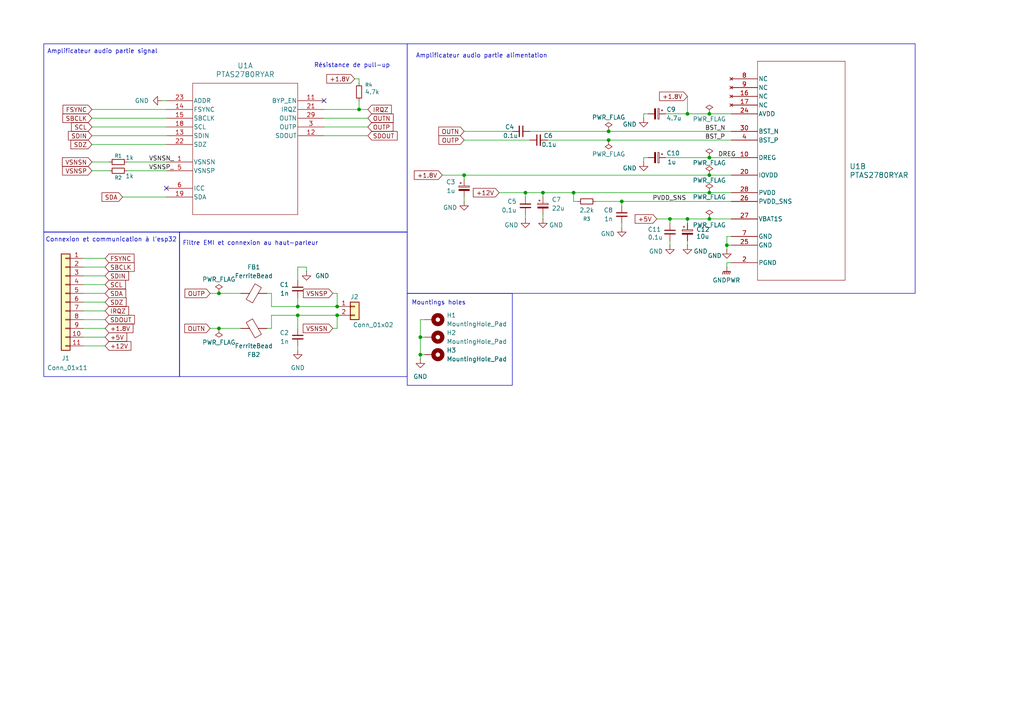
<source format=kicad_sch>
(kicad_sch (version 20250114) (generator "eeschema") (generator_version "9.0")
  (paper "A4")
  (title_block (title "Audio") (date "2025-12-14"))
  (lib_symbols
    (symbol "Connector_Generic:Conn_01x02" (pin_names (offset 1.016) (hide yes))
      (property "Reference" "J" (at 0 2.54 0))
      (property "Value" "Conn_01x02" (at 0 -5.08 0))
      (symbol "Conn_01x02_1_1"
        (rectangle (start -1.27 1.27) (end 1.27 -3.81) (stroke (width 0.254)) (fill (type background)))
        (rectangle (start -1.27 0.127) (end 0 -0.127) (stroke (width 0.1524)))
        (rectangle (start -1.27 -2.413) (end 0 -2.667) (stroke (width 0.1524)))
        (pin passive line (at -5.08 0 0) (length 3.81) (name "Pin_1") (number "1"))
        (pin passive line (at -5.08 -2.54 0) (length 3.81) (name "Pin_2") (number "2"))
      )
    )
    (symbol "Connector_Generic:Conn_01x11" (pin_names (offset 1.016) (hide yes))
      (property "Reference" "J" (at 0 15.24 0))
      (property "Value" "Conn_01x11" (at 0 -15.24 0))
      (symbol "Conn_01x11_1_1"
        (rectangle (start -1.27 13.97) (end 1.27 -13.97) (stroke (width 0.254)) (fill (type background)))
        (rectangle (start -1.27 12.827) (end 0 12.573) (stroke (width 0.1524)))
        (rectangle (start -1.27 10.287) (end 0 10.033) (stroke (width 0.1524)))
        (rectangle (start -1.27 7.747) (end 0 7.493) (stroke (width 0.1524)))
        (rectangle (start -1.27 5.207) (end 0 4.953) (stroke (width 0.1524)))
        (rectangle (start -1.27 2.667) (end 0 2.413) (stroke (width 0.1524)))
        (rectangle (start -1.27 0.127) (end 0 -0.127) (stroke (width 0.1524)))
        (rectangle (start -1.27 -2.413) (end 0 -2.667) (stroke (width 0.1524)))
        (rectangle (start -1.27 -4.953) (end 0 -5.207) (stroke (width 0.1524)))
        (rectangle (start -1.27 -7.493) (end 0 -7.747) (stroke (width 0.1524)))
        (rectangle (start -1.27 -10.033) (end 0 -10.287) (stroke (width 0.1524)))
        (rectangle (start -1.27 -12.573) (end 0 -12.827) (stroke (width 0.1524)))
        (pin passive line (at -5.08 12.7 0) (length 3.81) (name "Pin_1") (number "1"))
        (pin passive line (at -5.08 10.16 0) (length 3.81) (name "Pin_2") (number "2"))
        (pin passive line (at -5.08 7.62 0) (length 3.81) (name "Pin_3") (number "3"))
        (pin passive line (at -5.08 5.08 0) (length 3.81) (name "Pin_4") (number "4"))
        (pin passive line (at -5.08 2.54 0) (length 3.81) (name "Pin_5") (number "5"))
        (pin passive line (at -5.08 0 0) (length 3.81) (name "Pin_6") (number "6"))
        (pin passive line (at -5.08 -2.54 0) (length 3.81) (name "Pin_7") (number "7"))
        (pin passive line (at -5.08 -5.08 0) (length 3.81) (name "Pin_8") (number "8"))
        (pin passive line (at -5.08 -7.62 0) (length 3.81) (name "Pin_9") (number "9"))
        (pin passive line (at -5.08 -10.16 0) (length 3.81) (name "Pin_10") (number "10"))
        (pin passive line (at -5.08 -12.7 0) (length 3.81) (name "Pin_11") (number "11"))
      )
    )
    (symbol "Device:C_Polarized_Small" (pin_numbers (hide yes)) (pin_names (offset 0.254) (hide yes))
      (property "Reference" "C" (at 0.254 1.778 0))
      (property "Value" "C_Polarized_Small" (at 0.254 -2.032 0))
      (symbol "C_Polarized_Small_0_1"
        (rectangle (start -1.524 0.6858) (end 1.524 0.3048))
        (rectangle (start -1.524 -0.3048) (end 1.524 -0.6858) (fill (type outline)))
        (polyline (pts (xy -1.27 1.524) (xy -0.762 1.524)))
        (polyline (pts (xy -1.016 1.27) (xy -1.016 1.778)))
      )
      (symbol "C_Polarized_Small_1_1"
        (pin passive line (at 0 2.54 270) (length 1.8542) (name "~") (number "1"))
        (pin passive line (at 0 -2.54 90) (length 1.8542) (name "~") (number "2"))
      )
    )
    (symbol "Device:C_Small" (pin_numbers (hide yes)) (pin_names (offset 0.254) (hide yes))
      (property "Reference" "C" (at 0.254 1.778 0))
      (property "Value" "C_Small" (at 0.254 -2.032 0))
      (symbol "C_Small_0_1"
        (polyline (pts (xy -1.524 0.508) (xy 1.524 0.508)) (stroke (width 0.3048)))
        (polyline (pts (xy -1.524 -0.508) (xy 1.524 -0.508)) (stroke (width 0.3302)))
      )
      (symbol "C_Small_1_1"
        (pin passive line (at 0 2.54 270) (length 2.032) (name "~") (number "1"))
        (pin passive line (at 0 -2.54 90) (length 2.032) (name "~") (number "2"))
      )
    )
    (symbol "Device:FerriteBead" (pin_numbers (hide yes)) (pin_names (offset 0))
      (property "Reference" "FB" (at -3.81 0.635 90))
      (property "Value" "FerriteBead" (at 3.81 0 90))
      (symbol "FerriteBead_0_1"
        (polyline (pts (xy -2.7686 0.4064) (xy -1.7018 2.2606) (xy 2.7686 -0.3048) (xy 1.6764 -2.159) (xy -2.7686 0.4064)))
        (polyline (pts (xy 0 1.27) (xy 0 1.2954)))
        (polyline (pts (xy 0 -1.27) (xy 0 -1.2192)))
      )
      (symbol "FerriteBead_1_1"
        (pin passive line (at 0 3.81 270) (length 2.54) (name "~") (number "1"))
        (pin passive line (at 0 -3.81 90) (length 2.54) (name "~") (number "2"))
      )
    )
    (symbol "Device:R_Small" (pin_numbers (hide yes)) (pin_names (offset 0.254) (hide yes))
      (property "Reference" "R" (at 0 0 90))
      (property "Value" "R_Small" (at 1.778 0 90))
      (symbol "R_Small_0_1"
        (rectangle (start -0.762 1.778) (end 0.762 -1.778) (stroke (width 0.2032)))
      )
      (symbol "R_Small_1_1"
        (pin passive line (at 0 2.54 270) (length 0.762) (name "~") (number "1"))
        (pin passive line (at 0 -2.54 90) (length 0.762) (name "~") (number "2"))
      )
    )
    (symbol "Mechanical:MountingHole_Pad" (pin_numbers (hide yes)) (pin_names (offset 1.016) (hide yes)) (in_bom no)
      (property "Reference" "H" (at 0 6.35 0))
      (property "Value" "MountingHole_Pad" (at 0 4.445 0))
      (symbol "MountingHole_Pad_0_1"
        (circle (center 0 1.27) (radius 1.27) (stroke (width 1.27)))
      )
      (symbol "MountingHole_Pad_1_1"
        (pin input line (at 0 -2.54 90) (length 2.54) (name "1") (number "1"))
      )
    )
    (symbol "TAS2780:PTAS2780RYAR" (pin_names (offset 0.254))
      (property "Reference" "U" (at 22.86 10.16 0))
      (property "Value" "PTAS2780RYAR" (at 22.86 7.62 0))
      (symbol "PTAS2780RYAR_1_1"
        (polyline (pts (xy 7.62 5.08) (xy 7.62 -33.02)) (stroke (width 0.127)))
        (polyline (pts (xy 7.62 -33.02) (xy 38.1 -33.02)) (stroke (width 0.127)))
        (polyline (pts (xy 38.1 5.08) (xy 7.62 5.08)) (stroke (width 0.127)))
        (polyline (pts (xy 38.1 -33.02) (xy 38.1 5.08)) (stroke (width 0.127)))
        (pin input line (at 0 0 0) (length 7.62) (name "ADDR") (number "23"))
        (pin input line (at 0 -2.54 0) (length 7.62) (name "FSYNC") (number "14"))
        (pin input line (at 0 -5.08 0) (length 7.62) (name "SBCLK") (number "15"))
        (pin input line (at 0 -7.62 0) (length 7.62) (name "SCL") (number "18"))
        (pin input line (at 0 -10.16 0) (length 7.62) (name "SDIN") (number "13"))
        (pin input line (at 0 -12.7 0) (length 7.62) (name "SDZ") (number "22"))
        (pin input line (at 0 -17.78 0) (length 7.62) (name "VSNSN") (number "1"))
        (pin input line (at 0 -20.32 0) (length 7.62) (name "VSNSP") (number "5"))
        (pin unspecified line (at 0 -25.4 0) (length 7.62) (name "ICC") (number "6"))
        (pin bidirectional line (at 0 -27.94 0) (length 7.62) (name "SDA") (number "19"))
        (pin output line (at 45.72 0 180) (length 7.62) (name "BYP_EN") (number "11"))
        (pin output line (at 45.72 -2.54 180) (length 7.62) (name "IRQZ") (number "21"))
        (pin output line (at 45.72 -5.08 180) (length 7.62) (name "OUTN") (number "29"))
        (pin output line (at 45.72 -7.62 180) (length 7.62) (name "OUTP") (number "3"))
        (pin bidirectional line (at 45.72 -10.16 180) (length 7.62) (name "SDOUT") (number "12"))
      )
      (symbol "PTAS2780RYAR_2_1"
        (polyline (pts (xy 7.62 5.08) (xy 7.62 -58.42)) (stroke (width 0.127)))
        (polyline (pts (xy 7.62 -58.42) (xy 33.02 -58.42)) (stroke (width 0.127)))
        (polyline (pts (xy 33.02 5.08) (xy 7.62 5.08)) (stroke (width 0.127)))
        (polyline (pts (xy 33.02 -58.42) (xy 33.02 5.08)) (stroke (width 0.127)))
        (pin no_connect line (at 0 0 0) (length 7.62) (name "NC") (number "8"))
        (pin no_connect line (at 0 -2.54 0) (length 7.62) (name "NC") (number "9"))
        (pin no_connect line (at 0 -5.08 0) (length 7.62) (name "NC") (number "16"))
        (pin no_connect line (at 0 -7.62 0) (length 7.62) (name "NC") (number "17"))
        (pin power_in line (at 0 -10.16 0) (length 7.62) (name "AVDD") (number "24"))
        (pin power_in line (at 0 -15.24 0) (length 7.62) (name "BST_N") (number "30"))
        (pin power_in line (at 0 -17.78 0) (length 7.62) (name "BST_P") (number "4"))
        (pin power_in line (at 0 -22.86 0) (length 7.62) (name "DREG") (number "10"))
        (pin power_in line (at 0 -27.94 0) (length 7.62) (name "IOVDD") (number "20"))
        (pin power_in line (at 0 -33.02 0) (length 7.62) (name "PVDD") (number "28"))
        (pin input line (at 0 -35.56 0) (length 7.62) (name "PVDD_SNS") (number "26"))
        (pin power_in line (at 0 -40.64 0) (length 7.62) (name "VBAT1S") (number "27"))
        (pin power_out line (at 0 -45.72 0) (length 7.62) (name "GND") (number "7"))
        (pin power_out line (at 0 -48.26 0) (length 7.62) (name "GND") (number "25"))
        (pin power_out line (at 0 -53.34 0) (length 7.62) (name "PGND") (number "2"))
      )
    )
    (symbol "power:GND" (power) (pin_numbers (hide yes)) (pin_names (offset 0) (hide yes))
      (property "Value" "GND" (at 0 -3.81 0))
      (symbol "GND_0_1"
        (polyline (pts (xy 0 0) (xy 0 -1.27) (xy 1.27 -1.27) (xy 0 -2.54) (xy -1.27 -1.27) (xy 0 -1.27)))
      )
      (symbol "GND_1_1"
        (pin power_in line (at 0 0 270) (length 0) (name "~") (number "1"))
      )
    )
    (symbol "power:GNDPWR" (power) (pin_numbers (hide yes)) (pin_names (offset 0) (hide yes))
      (property "Value" "GNDPWR" (at 0 -3.302 0))
      (symbol "GNDPWR_0_1"
        (polyline (pts (xy -1.016 -1.27) (xy -1.27 -2.032) (xy -1.27 -2.032)) (stroke (width 0.2032)))
        (polyline (pts (xy -0.508 -1.27) (xy -0.762 -2.032) (xy -0.762 -2.032)) (stroke (width 0.2032)))
        (polyline (pts (xy 0 -1.27) (xy 0 0)))
        (polyline (pts (xy 0 -1.27) (xy -0.254 -2.032) (xy -0.254 -2.032)) (stroke (width 0.2032)))
        (polyline (pts (xy 0.508 -1.27) (xy 0.254 -2.032) (xy 0.254 -2.032)) (stroke (width 0.2032)))
        (polyline (pts (xy 1.016 -1.27) (xy -1.016 -1.27) (xy -1.016 -1.27)) (stroke (width 0.2032)))
        (polyline (pts (xy 1.016 -1.27) (xy 0.762 -2.032) (xy 0.762 -2.032) (xy 0.762 -2.032)) (stroke (width 0.2032)))
      )
      (symbol "GNDPWR_1_1"
        (pin power_in line (at 0 0 270) (length 0) (name "~") (number "1"))
      )
    )
    (symbol "power:PWR_FLAG" (power) (pin_numbers (hide yes)) (pin_names (offset 0) (hide yes))
      (property "Value" "PWR_FLAG" (at 0 3.81 0))
      (symbol "PWR_FLAG_0_0"
        (pin power_out line (at 0 0 90) (length 0) (name "~") (number "1"))
      )
      (symbol "PWR_FLAG_0_1"
        (polyline (pts (xy 0 0) (xy 0 1.27) (xy -1.016 1.905) (xy 0 2.54) (xy 1.016 1.905) (xy 0 1.27)))
      )
    )
  )
  (rectangle (start 12.7 12.7) (end 118.11 67.31))
  (rectangle (start 118.11 12.7) (end 265.43 85.09))
  (rectangle (start 118.11 85.09) (end 148.59 111.76))
  (rectangle (start 52.07 67.31) (end 118.11 109.22))
  (rectangle (start 12.7 67.31) (end 52.07 109.22))
  (text "Amplificateur audio partie alimentation" (at 139.7 16.256 0) (effects (font (size 1.27 1.27))))
  (text "Connexion et communication à l'esp32" (at 32.258 69.596 0) (effects (font (size 1.27 1.27))))
  (text "Résistance de pull-up" (at 102.108 19.05 0) (effects (font (size 1.27 1.27))))
  (text "Mountings holes" (at 127.254 87.884 0) (effects (font (size 1.27 1.27))))
  (text "Amplificateur audio partie signal" (at 29.718 14.986 0) (effects (font (size 1.27 1.27))))
  (text "Filtre EMI et connexion au haut-parleur" (at 72.644 70.612 0) (effects (font (size 1.27 1.27))))
  (junction (at 176.53 38.1))
  (junction (at 86.36 91.44))
  (junction (at 134.62 50.8))
  (junction (at 199.39 63.5))
  (junction (at 205.74 33.02))
  (junction (at 157.48 55.88))
  (junction (at 86.36 88.9))
  (junction (at 205.74 50.8))
  (junction (at 97.79 88.9))
  (junction (at 210.82 71.12))
  (junction (at 63.5 85.09))
  (junction (at 121.92 102.87))
  (junction (at 104.14 31.75))
  (junction (at 205.74 45.72))
  (junction (at 166.37 55.88))
  (junction (at 205.74 55.88))
  (junction (at 194.31 63.5))
  (junction (at 205.74 63.5))
  (junction (at 180.34 58.42))
  (junction (at 152.4 55.88))
  (junction (at 121.92 97.79))
  (junction (at 176.53 40.64))
  (junction (at 63.5 95.25))
  (junction (at 199.39 33.02))
  (junction (at 97.79 91.44))
  (no_connect (at 93.98 29.21))
  (no_connect (at 48.26 54.61))
  (wire (pts (xy 153.67 38.1) (xy 176.53 38.1)))
  (wire (pts (xy 134.62 50.8) (xy 128.27 50.8)))
  (wire (pts (xy 210.82 71.12) (xy 212.09 71.12)))
  (wire (pts (xy 86.36 100.33) (xy 86.36 101.6)))
  (wire (pts (xy 36.83 49.53) (xy 48.26 49.53)))
  (wire (pts (xy 63.5 85.09) (xy 69.85 85.09)))
  (wire (pts (xy 26.67 41.91) (xy 48.26 41.91)))
  (wire (pts (xy 121.92 102.87) (xy 121.92 104.14)))
  (wire (pts (xy 24.13 100.33) (xy 30.48 100.33)))
  (wire (pts (xy 186.69 34.29) (xy 186.69 33.02)))
  (wire (pts (xy 157.48 62.23) (xy 157.48 63.5)))
  (wire (pts (xy 144.78 55.88) (xy 152.4 55.88)))
  (wire (pts (xy 86.36 88.9) (xy 97.79 88.9)))
  (wire (pts (xy 78.74 91.44) (xy 78.74 95.25)))
  (wire (pts (xy 78.74 88.9) (xy 78.74 85.09)))
  (wire (pts (xy 121.92 97.79) (xy 121.92 102.87)))
  (wire (pts (xy 123.19 92.71) (xy 121.92 92.71)))
  (wire (pts (xy 26.67 36.83) (xy 48.26 36.83)))
  (wire (pts (xy 97.79 85.09) (xy 96.52 85.09)))
  (wire (pts (xy 134.62 57.15) (xy 134.62 58.42)))
  (wire (pts (xy 134.62 40.64) (xy 153.67 40.64)))
  (wire (pts (xy 104.14 29.21) (xy 104.14 31.75)))
  (wire (pts (xy 78.74 88.9) (xy 86.36 88.9)))
  (wire (pts (xy 199.39 27.94) (xy 199.39 33.02)))
  (wire (pts (xy 199.39 63.5) (xy 199.39 64.77)))
  (wire (pts (xy 78.74 91.44) (xy 86.36 91.44)))
  (wire (pts (xy 180.34 58.42) (xy 180.34 59.69)))
  (wire (pts (xy 186.69 45.72) (xy 187.96 45.72)))
  (wire (pts (xy 166.37 55.88) (xy 205.74 55.88)))
  (wire (pts (xy 24.13 80.01) (xy 30.48 80.01)))
  (wire (pts (xy 46.99 29.21) (xy 48.26 29.21)))
  (wire (pts (xy 205.74 50.8) (xy 212.09 50.8)))
  (wire (pts (xy 186.69 46.99) (xy 186.69 45.72)))
  (wire (pts (xy 205.74 63.5) (xy 212.09 63.5)))
  (wire (pts (xy 93.98 36.83) (xy 106.68 36.83)))
  (wire (pts (xy 96.52 95.25) (xy 97.79 95.25)))
  (wire (pts (xy 134.62 38.1) (xy 148.59 38.1)))
  (wire (pts (xy 121.92 92.71) (xy 121.92 97.79)))
  (wire (pts (xy 77.47 85.09) (xy 78.74 85.09)))
  (wire (pts (xy 104.14 31.75) (xy 106.68 31.75)))
  (wire (pts (xy 26.67 39.37) (xy 48.26 39.37)))
  (wire (pts (xy 93.98 34.29) (xy 106.68 34.29)))
  (wire (pts (xy 193.04 33.02) (xy 199.39 33.02)))
  (wire (pts (xy 193.04 45.72) (xy 205.74 45.72)))
  (wire (pts (xy 152.4 55.88) (xy 157.48 55.88)))
  (wire (pts (xy 158.75 40.64) (xy 176.53 40.64)))
  (wire (pts (xy 24.13 90.17) (xy 30.48 90.17)))
  (wire (pts (xy 180.34 58.42) (xy 212.09 58.42)))
  (wire (pts (xy 26.67 49.53) (xy 31.75 49.53)))
  (wire (pts (xy 190.5 63.5) (xy 194.31 63.5)))
  (wire (pts (xy 210.82 76.2) (xy 212.09 76.2)))
  (wire (pts (xy 199.39 69.85) (xy 199.39 71.12)))
  (wire (pts (xy 210.82 72.39) (xy 210.82 71.12)))
  (wire (pts (xy 152.4 57.15) (xy 152.4 55.88)))
  (wire (pts (xy 24.13 92.71) (xy 30.48 92.71)))
  (wire (pts (xy 199.39 33.02) (xy 205.74 33.02)))
  (wire (pts (xy 166.37 58.42) (xy 167.64 58.42)))
  (wire (pts (xy 166.37 55.88) (xy 166.37 58.42)))
  (wire (pts (xy 24.13 74.93) (xy 30.48 74.93)))
  (wire (pts (xy 152.4 62.23) (xy 152.4 63.5)))
  (wire (pts (xy 88.9 77.47) (xy 86.36 77.47)))
  (wire (pts (xy 194.31 64.77) (xy 194.31 63.5)))
  (wire (pts (xy 176.53 38.1) (xy 212.09 38.1)))
  (wire (pts (xy 123.19 102.87) (xy 121.92 102.87)))
  (wire (pts (xy 210.82 68.58) (xy 210.82 71.12)))
  (wire (pts (xy 26.67 46.99) (xy 31.75 46.99)))
  (wire (pts (xy 60.96 85.09) (xy 63.5 85.09)))
  (wire (pts (xy 24.13 77.47) (xy 30.48 77.47)))
  (wire (pts (xy 93.98 39.37) (xy 106.68 39.37)))
  (wire (pts (xy 210.82 77.47) (xy 210.82 76.2)))
  (wire (pts (xy 36.83 46.99) (xy 48.26 46.99)))
  (wire (pts (xy 24.13 85.09) (xy 30.48 85.09)))
  (wire (pts (xy 86.36 91.44) (xy 97.79 91.44)))
  (wire (pts (xy 123.19 97.79) (xy 121.92 97.79)))
  (wire (pts (xy 180.34 64.77) (xy 180.34 66.04)))
  (wire (pts (xy 212.09 55.88) (xy 205.74 55.88)))
  (wire (pts (xy 176.53 40.64) (xy 212.09 40.64)))
  (wire (pts (xy 194.31 69.85) (xy 194.31 71.12)))
  (wire (pts (xy 97.79 85.09) (xy 97.79 88.9)))
  (wire (pts (xy 102.87 22.86) (xy 104.14 22.86)))
  (wire (pts (xy 134.62 50.8) (xy 205.74 50.8)))
  (wire (pts (xy 157.48 55.88) (xy 166.37 55.88)))
  (wire (pts (xy 63.5 95.25) (xy 69.85 95.25)))
  (wire (pts (xy 26.67 34.29) (xy 48.26 34.29)))
  (wire (pts (xy 86.36 95.25) (xy 86.36 91.44)))
  (wire (pts (xy 194.31 63.5) (xy 199.39 63.5)))
  (wire (pts (xy 24.13 87.63) (xy 30.48 87.63)))
  (wire (pts (xy 24.13 82.55) (xy 30.48 82.55)))
  (wire (pts (xy 134.62 50.8) (xy 134.62 52.07)))
  (wire (pts (xy 205.74 45.72) (xy 212.09 45.72)))
  (wire (pts (xy 86.36 86.36) (xy 86.36 88.9)))
  (wire (pts (xy 93.98 31.75) (xy 104.14 31.75)))
  (wire (pts (xy 97.79 95.25) (xy 97.79 91.44)))
  (wire (pts (xy 35.56 57.15) (xy 48.26 57.15)))
  (wire (pts (xy 212.09 68.58) (xy 210.82 68.58)))
  (wire (pts (xy 26.67 31.75) (xy 48.26 31.75)))
  (wire (pts (xy 186.69 33.02) (xy 187.96 33.02)))
  (wire (pts (xy 86.36 77.47) (xy 86.36 81.28)))
  (wire (pts (xy 24.13 97.79) (xy 30.48 97.79)))
  (wire (pts (xy 88.9 78.74) (xy 88.9 77.47)))
  (wire (pts (xy 172.72 58.42) (xy 180.34 58.42)))
  (wire (pts (xy 157.48 57.15) (xy 157.48 55.88)))
  (wire (pts (xy 24.13 95.25) (xy 30.48 95.25)))
  (wire (pts (xy 199.39 63.5) (xy 205.74 63.5)))
  (wire (pts (xy 205.74 33.02) (xy 212.09 33.02)))
  (wire (pts (xy 60.96 95.25) (xy 63.5 95.25)))
  (wire (pts (xy 104.14 22.86) (xy 104.14 24.13)))
  (wire (pts (xy 77.47 95.25) (xy 78.74 95.25)))
  (label "VSNSP_" (at 43.18 49.53 0))
  (label "BST_N" (at 204.47 38.1 0))
  (label "BST_P" (at 204.47 40.64 0))
  (label "PVDD_SNS" (at 189.23 58.42 0))
  (label "DREG" (at 208.28 45.72 0))
  (label "VSNSN_" (at 43.18 46.99 0))
  (global_label "OUTN" (shape input) (at 134.62 38.1 180) (property "Intersheetrefs" "${INTERSHEET_REFS}" (effects (hide yes))))
  (global_label "OUTP" (shape input) (at 134.62 40.64 180) (property "Intersheetrefs" "${INTERSHEET_REFS}" (effects (hide yes))))
  (global_label "SDZ" (shape input) (at 26.67 41.91 180) (property "Intersheetrefs" "${INTERSHEET_REFS}" (effects (hide yes))))
  (global_label "+1.8V" (shape input) (at 199.39 27.94 180) (property "Intersheetrefs" "${INTERSHEET_REFS}" (effects (hide yes))))
  (global_label "OUTP" (shape input) (at 106.68 36.83 0) (property "Intersheetrefs" "${INTERSHEET_REFS}" (effects (hide yes))))
  (global_label "SDA" (shape input) (at 35.56 57.15 180) (property "Intersheetrefs" "${INTERSHEET_REFS}" (effects (hide yes))))
  (global_label "+1.8V" (shape input) (at 102.87 22.86 180) (property "Intersheetrefs" "${INTERSHEET_REFS}" (effects (hide yes))))
  (global_label "SDOUT" (shape input) (at 30.48 92.71 0) (property "Intersheetrefs" "${INTERSHEET_REFS}" (effects (hide yes))))
  (global_label "OUTP" (shape input) (at 60.96 85.09 180) (property "Intersheetrefs" "${INTERSHEET_REFS}" (effects (hide yes))))
  (global_label "IRQZ" (shape input) (at 30.48 90.17 0) (property "Intersheetrefs" "${INTERSHEET_REFS}" (effects (hide yes))))
  (global_label "VSNSP" (shape input) (at 96.52 85.09 180) (property "Intersheetrefs" "${INTERSHEET_REFS}" (effects (hide yes))))
  (global_label "IRQZ" (shape input) (at 106.68 31.75 0) (property "Intersheetrefs" "${INTERSHEET_REFS}" (effects (hide yes))))
  (global_label "FSYNC" (shape input) (at 30.48 74.93 0) (property "Intersheetrefs" "${INTERSHEET_REFS}" (effects (hide yes))))
  (global_label "+1.8V" (shape input) (at 30.48 95.25 0) (property "Intersheetrefs" "${INTERSHEET_REFS}" (effects (hide yes))))
  (global_label "+1.8V" (shape input) (at 128.27 50.8 180) (property "Intersheetrefs" "${INTERSHEET_REFS}" (effects (hide yes))))
  (global_label "FSYNC" (shape input) (at 26.67 31.75 180) (property "Intersheetrefs" "${INTERSHEET_REFS}" (effects (hide yes))))
  (global_label "SBCLK" (shape input) (at 30.48 77.47 0) (property "Intersheetrefs" "${INTERSHEET_REFS}" (effects (hide yes))))
  (global_label "OUTN" (shape input) (at 60.96 95.25 180) (property "Intersheetrefs" "${INTERSHEET_REFS}" (effects (hide yes))))
  (global_label "SDZ" (shape input) (at 30.48 87.63 0) (property "Intersheetrefs" "${INTERSHEET_REFS}" (effects (hide yes))))
  (global_label "SDOUT" (shape input) (at 106.68 39.37 0) (property "Intersheetrefs" "${INTERSHEET_REFS}" (effects (hide yes))))
  (global_label "+12V" (shape input) (at 30.48 100.33 0) (property "Intersheetrefs" "${INTERSHEET_REFS}" (effects (hide yes))))
  (global_label "SDIN" (shape input) (at 30.48 80.01 0) (property "Intersheetrefs" "${INTERSHEET_REFS}" (effects (hide yes))))
  (global_label "+12V" (shape input) (at 144.78 55.88 180) (property "Intersheetrefs" "${INTERSHEET_REFS}" (effects (hide yes))))
  (global_label "SDIN" (shape input) (at 26.67 39.37 180) (property "Intersheetrefs" "${INTERSHEET_REFS}" (effects (hide yes))))
  (global_label "OUTN" (shape input) (at 106.68 34.29 0) (property "Intersheetrefs" "${INTERSHEET_REFS}" (effects (hide yes))))
  (global_label "SBCLK" (shape input) (at 26.67 34.29 180) (property "Intersheetrefs" "${INTERSHEET_REFS}" (effects (hide yes))))
  (global_label "+5V" (shape input) (at 30.48 97.79 0) (property "Intersheetrefs" "${INTERSHEET_REFS}" (effects (hide yes))))
  (global_label "VSNSN" (shape input) (at 26.67 46.99 180) (property "Intersheetrefs" "${INTERSHEET_REFS}" (effects (hide yes))))
  (global_label "VSNSN" (shape input) (at 96.52 95.25 180) (property "Intersheetrefs" "${INTERSHEET_REFS}" (effects (hide yes))))
  (global_label "SCL" (shape input) (at 26.67 36.83 180) (property "Intersheetrefs" "${INTERSHEET_REFS}" (effects (hide yes))))
  (global_label "+5V" (shape input) (at 190.5 63.5 180) (property "Intersheetrefs" "${INTERSHEET_REFS}" (effects (hide yes))))
  (global_label "SDA" (shape input) (at 30.48 85.09 0) (property "Intersheetrefs" "${INTERSHEET_REFS}" (effects (hide yes))))
  (global_label "SCL" (shape input) (at 30.48 82.55 0) (property "Intersheetrefs" "${INTERSHEET_REFS}" (effects (hide yes))))
  (global_label "VSNSP" (shape input) (at 26.67 49.53 180) (property "Intersheetrefs" "${INTERSHEET_REFS}" (effects (hide yes))))
  (symbol (lib_id "power:PWR_FLAG") (at 63.5 85.09 0) (unit 1)
    (property "Reference" "#FLG08" (effects (hide yes)))
    (property "Value" "PWR_FLAG" (at 63.5 81.026 0))
    (property "Description" "Special symbol for telling ERC where power comes from" (effects (hide yes)))
  )
  (symbol (lib_id "power:PWR_FLAG") (at 205.74 45.72 0) (unit 1)
    (property "Reference" "#FLG04" (effects (hide yes)))
    (property "Value" "PWR_FLAG" (at 205.74 47.244 0))
    (property "Description" "Special symbol for telling ERC where power comes from" (effects (hide yes)))
  )
  (symbol (lib_id "power:GND") (at 194.31 71.12 0) (unit 1)
    (property "Reference" "#PWR010" (effects (hide yes)))
    (property "Value" "GND" (at 190.246 72.898 0))
    (property "Description" "Power symbol creates a global label with name \"GND\" , ground" (effects (hide yes)))
  )
  (symbol (lib_id "power:PWR_FLAG") (at 205.74 50.8 0) (unit 1)
    (property "Reference" "#FLG05" (effects (hide yes)))
    (property "Value" "PWR_FLAG" (at 205.74 52.324 0))
    (property "Description" "Special symbol for telling ERC where power comes from" (effects (hide yes)))
  )
  (symbol (lib_id "Device:C_Polarized_Small") (at 190.5 45.72 270) (unit 1)
    (property "Reference" "C10" (at 193.294 44.45 90) (effects (justify left)))
    (property "Value" "1u" (at 193.548 46.99 90) (effects (justify left)))
    (property "Footprint" "Capacitor_SMD:C_0603_1608Metric_Pad1.08x0.95mm_HandSolder" (effects (hide yes)))
    (property "Description" "Polarized capacitor, small symbol" (effects (hide yes)))
  )
  (symbol (lib_id "Device:FerriteBead") (at 73.66 95.25 90) (mirror x) (unit 1)
    (property "Reference" "FB2" (at 73.6092 102.87 90))
    (property "Value" "FerriteBead" (at 73.6092 100.33 90))
    (property "Footprint" "Capacitor_SMD:C_0805_2012Metric_Pad1.18x1.45mm_HandSolder" (effects (hide yes)))
    (property "Description" "Ferrite bead" (effects (hide yes)))
  )
  (symbol (lib_id "Device:R_Small") (at 104.14 26.67 0) (unit 1)
    (property "Reference" "R4" (at 106.934 24.638 0) (effects (font (size 1.016 1.016))))
    (property "Value" "4.7k" (at 107.95 26.67 0))
    (property "Footprint" "Resistor_SMD:R_0603_1608Metric_Pad0.98x0.95mm_HandSolder" (effects (hide yes)))
    (property "Description" "Resistor, small symbol" (effects (hide yes)))
  )
  (symbol (lib_id "power:PWR_FLAG") (at 205.74 63.5 0) (unit 1)
    (property "Reference" "#FLG07" (effects (hide yes)))
    (property "Value" "PWR_FLAG" (at 205.74 65.278 0))
    (property "Description" "Special symbol for telling ERC where power comes from" (effects (hide yes)))
  )
  (symbol (lib_id "Connector_Generic:Conn_01x02") (at 102.87 88.9 0) (unit 1)
    (property "Reference" "J2" (at 101.6 86.106 0) (effects (justify left)))
    (property "Value" "Conn_01x02" (at 102.362 94.234 0) (effects (justify left)))
    (property "Footprint" "Connector_PinHeader_2.00mm:PinHeader_1x02_P2.00mm_Vertical" (effects (hide yes)))
    (property "Description" "Generic connector, single row, 01x02, script generated (kicad-library-utils/schlib/autogen/connector/)" (effects (hide yes)))
  )
  (symbol (lib_id "Connector_Generic:Conn_01x11") (at 19.05 87.63 0) (mirror y) (unit 1)
    (property "Reference" "J1" (at 19.05 103.886 0))
    (property "Value" "Conn_01x11" (at 19.558 106.68 0))
    (property "Footprint" "Connector_PinHeader_2.00mm:PinHeader_1x11_P2.00mm_Vertical" (effects (hide yes)))
    (property "Description" "Generic connector, single row, 01x11, script generated (kicad-library-utils/schlib/autogen/connector/)" (effects (hide yes)))
  )
  (symbol (lib_id "TAS2780:PTAS2780RYAR") (at 212.09 22.86 0) (unit 2)
    (property "Reference" "U1" (at 246.38 48.2599 0) (effects (font (size 1.524 1.524)) (justify left)))
    (property "Value" "PTAS2780RYAR" (at 246.38 50.7999 0) (effects (font (size 1.524 1.524)) (justify left)))
    (property "Footprint" "TAS2780:VQFN-HR_RYA_TEX" (effects (hide yes)))
    (property "Datasheet" "https://www.ti.com/lit/gpn/tas2780" (effects (hide yes)))
  )
  (symbol (lib_id "power:GND") (at 134.62 58.42 0) (unit 1)
    (property "Reference" "#PWR04" (effects (hide yes)))
    (property "Value" "GND" (at 130.556 60.198 0))
    (property "Description" "Power symbol creates a global label with name \"GND\" , ground" (effects (hide yes)))
  )
  (symbol (lib_id "power:PWR_FLAG") (at 176.53 38.1 0) (unit 1)
    (property "Reference" "#FLG01" (effects (hide yes)))
    (property "Value" "PWR_FLAG" (at 176.53 34.036 0))
    (property "Description" "Special symbol for telling ERC where power comes from" (effects (hide yes)))
  )
  (symbol (lib_id "Device:C_Polarized_Small") (at 190.5 33.02 270) (unit 1)
    (property "Reference" "C9" (at 193.294 31.75 90) (effects (justify left)))
    (property "Value" "4.7u" (at 193.294 34.29 90) (effects (justify left)))
    (property "Footprint" "Capacitor_SMD:C_0603_1608Metric_Pad1.08x0.95mm_HandSolder" (effects (hide yes)))
    (property "Description" "Polarized capacitor, small symbol" (effects (hide yes)))
  )
  (symbol (lib_id "Device:C_Small") (at 194.31 67.31 0) (unit 1)
    (property "Reference" "C11" (at 191.77 66.548 0) (effects (justify right)))
    (property "Value" "0.1u" (at 192.278 68.834 0) (effects (justify right)))
    (property "Footprint" "Capacitor_SMD:C_0603_1608Metric_Pad1.08x0.95mm_HandSolder" (effects (hide yes)))
    (property "Description" "Unpolarized capacitor, small symbol" (effects (hide yes)))
  )
  (symbol (lib_id "Mechanical:MountingHole_Pad") (at 125.73 97.79 270) (unit 1) (in_bom no)
    (property "Reference" "H2" (at 129.54 96.5199 90) (effects (justify left)))
    (property "Value" "MountingHole_Pad" (at 129.54 99.0599 90) (effects (justify left)))
    (property "Footprint" "MountingHole:MountingHole_2.2mm_M2_DIN965_Pad" (effects (hide yes)))
    (property "Description" "Mounting Hole with connection" (effects (hide yes)))
  )
  (symbol (lib_id "power:GND") (at 180.34 66.04 0) (unit 1)
    (property "Reference" "#PWR07" (effects (hide yes)))
    (property "Value" "GND" (at 176.276 67.818 0))
    (property "Description" "Power symbol creates a global label with name \"GND\" , ground" (effects (hide yes)))
  )
  (symbol (lib_id "Device:C_Polarized_Small") (at 157.48 59.69 0) (unit 1)
    (property "Reference" "C7" (at 160.02 57.8738 0) (effects (justify left)))
    (property "Value" "22u" (at 160.02 60.4138 0) (effects (justify left)))
    (property "Footprint" "Capacitor_SMD:C_1210_3225Metric_Pad1.33x2.70mm_HandSolder" (effects (hide yes)))
    (property "Description" "Polarized capacitor, small symbol" (effects (hide yes)))
  )
  (symbol (lib_id "Device:C_Small") (at 152.4 59.69 0) (unit 1)
    (property "Reference" "C5" (at 149.86 58.4262 0) (effects (justify right)))
    (property "Value" "0.1u" (at 149.86 60.9662 0) (effects (justify right)))
    (property "Footprint" "Capacitor_SMD:C_0805_2012Metric_Pad1.18x1.45mm_HandSolder" (effects (hide yes)))
    (property "Description" "Unpolarized capacitor, small symbol" (effects (hide yes)))
  )
  (symbol (lib_id "power:GND") (at 186.69 46.99 0) (unit 1)
    (property "Reference" "#PWR09" (effects (hide yes)))
    (property "Value" "GND" (at 182.626 48.768 0))
    (property "Description" "Power symbol creates a global label with name \"GND\" , ground" (effects (hide yes)))
  )
  (symbol (lib_id "Mechanical:MountingHole_Pad") (at 125.73 102.87 270) (unit 1) (in_bom no)
    (property "Reference" "H3" (at 129.54 101.5999 90) (effects (justify left)))
    (property "Value" "MountingHole_Pad" (at 129.54 104.1399 90) (effects (justify left)))
    (property "Footprint" "MountingHole:MountingHole_2.2mm_M2_DIN965_Pad" (effects (hide yes)))
    (property "Description" "Mounting Hole with connection" (effects (hide yes)))
  )
  (symbol (lib_id "Device:C_Small") (at 180.34 62.23 0) (mirror y) (unit 1)
    (property "Reference" "C8" (at 177.8 60.9662 0) (effects (justify left)))
    (property "Value" "1n" (at 177.8 63.5062 0) (effects (justify left)))
    (property "Footprint" "Capacitor_SMD:C_0603_1608Metric_Pad1.08x0.95mm_HandSolder" (effects (hide yes)))
    (property "Description" "Unpolarized capacitor, small symbol" (effects (hide yes)))
  )
  (symbol (lib_id "power:GND") (at 199.39 71.12 0) (unit 1)
    (property "Reference" "#PWR011" (effects (hide yes)))
    (property "Value" "GND" (at 203.2 72.898 0))
    (property "Description" "Power symbol creates a global label with name \"GND\" , ground" (effects (hide yes)))
  )
  (symbol (lib_id "TAS2780:PTAS2780RYAR") (at 48.26 29.21 0) (unit 1)
    (property "Reference" "U1" (at 71.12 19.05 0) (effects (font (size 1.524 1.524))))
    (property "Value" "PTAS2780RYAR" (at 71.12 21.59 0) (effects (font (size 1.524 1.524))))
    (property "Footprint" "TAS2780:VQFN-HR_RYA_TEX" (effects (hide yes)))
    (property "Datasheet" "https://www.ti.com/lit/gpn/tas2780" (effects (hide yes)))
  )
  (symbol (lib_id "Device:R_Small") (at 34.29 49.53 90) (mirror x) (unit 1)
    (property "Reference" "R2" (at 34.29 51.562 90) (effects (font (size 1.016 1.016))))
    (property "Value" "1k" (at 37.592 51.054 90))
    (property "Footprint" "Resistor_SMD:R_0603_1608Metric_Pad0.98x0.95mm_HandSolder" (effects (hide yes)))
    (property "Description" "Resistor, small symbol" (effects (hide yes)))
  )
  (symbol (lib_id "Device:FerriteBead") (at 73.66 85.09 90) (unit 1)
    (property "Reference" "FB1" (at 73.6092 77.47 90))
    (property "Value" "FerriteBead" (at 73.6092 80.01 90))
    (property "Footprint" "Capacitor_SMD:C_0805_2012Metric_Pad1.18x1.45mm_HandSolder" (effects (hide yes)))
    (property "Description" "Ferrite bead" (effects (hide yes)))
  )
  (symbol (lib_id "power:GND") (at 210.82 72.39 0) (unit 1)
    (property "Reference" "#PWR012" (effects (hide yes)))
    (property "Value" "GND" (at 205.232 74.168 0) (effects (justify left)))
    (property "Description" "Power symbol creates a global label with name \"GND\" , ground" (effects (hide yes)))
  )
  (symbol (lib_id "Device:C_Small") (at 86.36 97.79 0) (unit 1)
    (property "Reference" "C2" (at 83.82 96.5262 0) (effects (justify right)))
    (property "Value" "1n" (at 83.82 99.0662 0) (effects (justify right)))
    (property "Footprint" "Capacitor_SMD:C_0603_1608Metric_Pad1.08x0.95mm_HandSolder" (effects (hide yes)))
    (property "Description" "Unpolarized capacitor, small symbol" (effects (hide yes)))
  )
  (symbol (lib_id "power:GND") (at 88.9 78.74 0) (unit 1)
    (property "Reference" "#PWR03" (effects (hide yes)))
    (property "Value" "GND" (at 91.44 80.0099 0) (effects (justify left)))
    (property "Description" "Power symbol creates a global label with name \"GND\" , ground" (effects (hide yes)))
  )
  (symbol (lib_id "power:GND") (at 86.36 101.6 0) (unit 1)
    (property "Reference" "#PWR02" (effects (hide yes)))
    (property "Value" "GND" (at 86.36 106.68 0))
    (property "Description" "Power symbol creates a global label with name \"GND\" , ground" (effects (hide yes)))
  )
  (symbol (lib_id "Mechanical:MountingHole_Pad") (at 125.73 92.71 270) (unit 1) (in_bom no)
    (property "Reference" "H1" (at 129.54 91.4399 90) (effects (justify left)))
    (property "Value" "MountingHole_Pad" (at 129.54 93.9799 90) (effects (justify left)))
    (property "Footprint" "MountingHole:MountingHole_2.2mm_M2_DIN965_Pad" (effects (hide yes)))
    (property "Description" "Mounting Hole with connection" (effects (hide yes)))
  )
  (symbol (lib_id "power:GND") (at 157.48 63.5 0) (unit 1)
    (property "Reference" "#PWR06" (effects (hide yes)))
    (property "Value" "GND" (at 161.29 65.278 0))
    (property "Description" "Power symbol creates a global label with name \"GND\" , ground" (effects (hide yes)))
  )
  (symbol (lib_id "power:GNDPWR") (at 210.82 77.47 0) (unit 1)
    (property "Reference" "#PWR013" (effects (hide yes)))
    (property "Value" "GNDPWR" (at 210.693 81.28 0))
    (property "Description" "Power symbol creates a global label with name \"GNDPWR\" , global ground" (effects (hide yes)))
  )
  (symbol (lib_id "Device:C_Polarized_Small") (at 134.62 54.61 0) (unit 1)
    (property "Reference" "C3" (at 132.08 52.7938 0) (effects (justify right)))
    (property "Value" "1u" (at 132.08 55.3338 0) (effects (justify right)))
    (property "Footprint" "Capacitor_SMD:C_0603_1608Metric_Pad1.08x0.95mm_HandSolder" (effects (hide yes)))
    (property "Description" "Polarized capacitor, small symbol" (effects (hide yes)))
  )
  (symbol (lib_id "Device:C_Polarized_Small") (at 199.39 67.31 0) (unit 1)
    (property "Reference" "C12" (at 201.93 66.548 0) (effects (justify left)))
    (property "Value" "10u" (at 201.93 68.58 0) (effects (justify left)))
    (property "Footprint" "Capacitor_SMD:C_0805_2012Metric_Pad1.18x1.45mm_HandSolder" (effects (hide yes)))
    (property "Description" "Polarized capacitor, small symbol" (effects (hide yes)))
  )
  (symbol (lib_id "power:GND") (at 46.99 29.21 270) (unit 1)
    (property "Reference" "#PWR01" (effects (hide yes)))
    (property "Value" "GND" (at 43.18 29.2099 90) (effects (justify right)))
    (property "Description" "Power symbol creates a global label with name \"GND\" , ground" (effects (hide yes)))
  )
  (symbol (lib_id "Device:R_Small") (at 34.29 46.99 90) (unit 1)
    (property "Reference" "R1" (at 34.29 45.212 90) (effects (font (size 1.016 1.016))))
    (property "Value" "1k" (at 37.592 45.72 90))
    (property "Footprint" "Resistor_SMD:R_0603_1608Metric_Pad0.98x0.95mm_HandSolder" (effects (hide yes)))
    (property "Description" "Resistor, small symbol" (effects (hide yes)))
  )
  (symbol (lib_id "power:PWR_FLAG") (at 63.5 95.25 180) (unit 1)
    (property "Reference" "#FLG09" (effects (hide yes)))
    (property "Value" "PWR_FLAG" (at 63.5 99.314 0))
    (property "Description" "Special symbol for telling ERC where power comes from" (effects (hide yes)))
  )
  (symbol (lib_id "power:PWR_FLAG") (at 205.74 33.02 0) (unit 1)
    (property "Reference" "#FLG03" (effects (hide yes)))
    (property "Value" "PWR_FLAG" (at 205.74 34.544 0))
    (property "Description" "Special symbol for telling ERC where power comes from" (effects (hide yes)))
  )
  (symbol (lib_id "power:GND") (at 186.69 34.29 0) (unit 1)
    (property "Reference" "#PWR08" (effects (hide yes)))
    (property "Value" "GND" (at 182.626 36.068 0))
    (property "Description" "Power symbol creates a global label with name \"GND\" , ground" (effects (hide yes)))
  )
  (symbol (lib_id "power:PWR_FLAG") (at 176.53 40.64 180) (unit 1)
    (property "Reference" "#FLG02" (effects (hide yes)))
    (property "Value" "PWR_FLAG" (at 176.53 44.704 0))
    (property "Description" "Special symbol for telling ERC where power comes from" (effects (hide yes)))
  )
  (symbol (lib_id "Device:R_Small") (at 170.18 58.42 270) (unit 1)
    (property "Reference" "R3" (at 170.18 63.5 90) (effects (font (size 1.016 1.016))))
    (property "Value" "2.2k" (at 170.18 60.96 90))
    (property "Footprint" "Resistor_SMD:R_0603_1608Metric_Pad0.98x0.95mm_HandSolder" (effects (hide yes)))
    (property "Description" "Resistor, small symbol" (effects (hide yes)))
  )
  (symbol (lib_id "power:PWR_FLAG") (at 205.74 55.88 0) (unit 1)
    (property "Reference" "#FLG06" (effects (hide yes)))
    (property "Value" "PWR_FLAG" (at 205.74 57.15 0))
    (property "Description" "Special symbol for telling ERC where power comes from" (effects (hide yes)))
  )
  (symbol (lib_id "power:GND") (at 121.92 104.14 0) (unit 1)
    (property "Reference" "#PWR014" (effects (hide yes)))
    (property "Value" "GND" (at 121.92 109.22 0))
    (property "Description" "Power symbol creates a global label with name \"GND\" , ground" (effects (hide yes)))
  )
  (symbol (lib_id "Device:C_Small") (at 156.21 40.64 90) (unit 1)
    (property "Reference" "C6" (at 159.004 39.37 90))
    (property "Value" "0.1u" (at 159.258 41.91 90))
    (property "Footprint" "Capacitor_SMD:C_0603_1608Metric_Pad1.08x0.95mm_HandSolder" (effects (hide yes)))
    (property "Description" "Unpolarized capacitor, small symbol" (effects (hide yes)))
  )
  (symbol (lib_id "Device:C_Small") (at 86.36 83.82 0) (unit 1)
    (property "Reference" "C1" (at 83.82 82.5562 0) (effects (justify right)))
    (property "Value" "1n" (at 83.82 85.0962 0) (effects (justify right)))
    (property "Footprint" "Capacitor_SMD:C_0603_1608Metric_Pad1.08x0.95mm_HandSolder" (effects (hide yes)))
    (property "Description" "Unpolarized capacitor, small symbol" (effects (hide yes)))
  )
  (symbol (lib_id "Device:C_Small") (at 151.13 38.1 270) (unit 1)
    (property "Reference" "C4" (at 147.828 36.83 90))
    (property "Value" "0.1u" (at 148.082 39.37 90))
    (property "Footprint" "Capacitor_SMD:C_0603_1608Metric_Pad1.08x0.95mm_HandSolder" (effects (hide yes)))
    (property "Description" "Unpolarized capacitor, small symbol" (effects (hide yes)))
  )
  (symbol (lib_id "power:GND") (at 152.4 63.5 0) (unit 1)
    (property "Reference" "#PWR05" (effects (hide yes)))
    (property "Value" "GND" (at 148.336 65.278 0))
    (property "Description" "Power symbol creates a global label with name \"GND\" , ground" (effects (hide yes)))
  )
)
</source>
